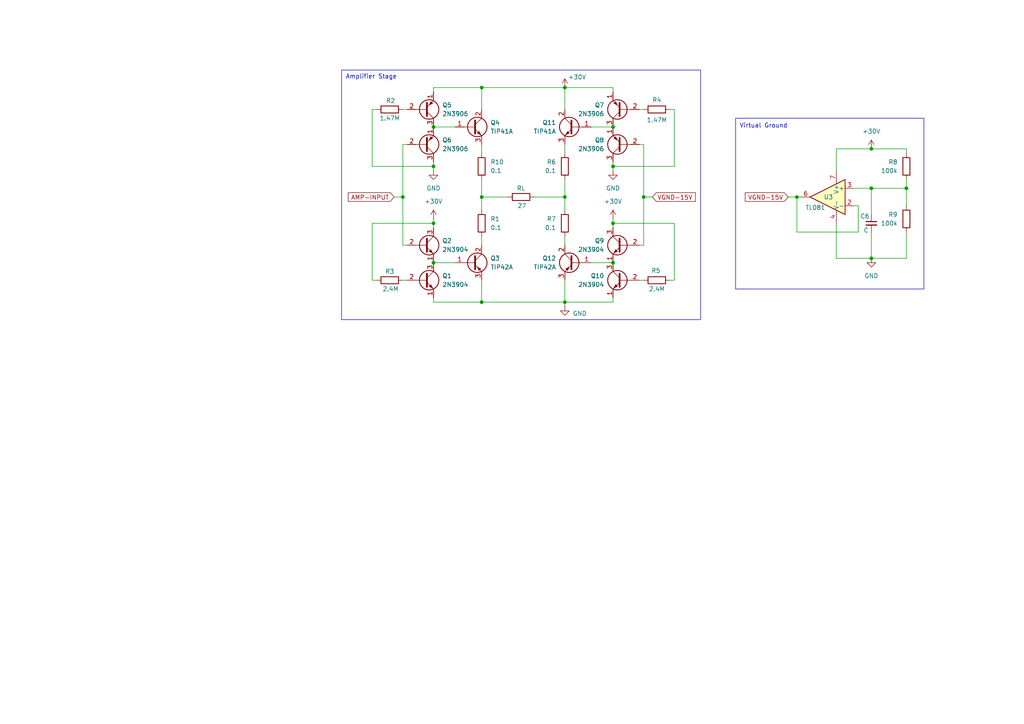
<source format=kicad_sch>
(kicad_sch (version 20250114) (generator "eeschema") (generator_version "9.0")
  (paper "A4")
  (lib_symbols
    (symbol "Device:C_Small" (pin_numbers (hide yes)) (pin_names (offset 0.254) (hide yes))
      (property "Reference" "C" (at 0.254 1.778 0))
      (property "Value" "C_Small" (at 0.254 -2.032 0))
      (symbol "C_Small_0_1"
        (polyline (pts (xy -1.524 0.508) (xy 1.524 0.508)) (stroke (width 0.3048)))
        (polyline (pts (xy -1.524 -0.508) (xy 1.524 -0.508)) (stroke (width 0.3302)))
      )
      (symbol "C_Small_1_1"
        (pin passive line (at 0 2.54 270) (length 2.032) (name "~") (number "1"))
        (pin passive line (at 0 -2.54 90) (length 2.032) (name "~") (number "2"))
      )
    )
    (symbol "Device:R" (pin_numbers (hide yes)) (pin_names (offset 0))
      (property "Reference" "R" (at 2.032 0 90))
      (property "Value" "R" (at 0 0 90))
      (symbol "R_0_1"
        (rectangle (start -1.016 -2.54) (end 1.016 2.54) (stroke (width 0.254)))
      )
      (symbol "R_1_1"
        (pin passive line (at 0 3.81 270) (length 1.27) (name "~") (number "1"))
        (pin passive line (at 0 -3.81 90) (length 1.27) (name "~") (number "2"))
      )
    )
    (symbol "TL081_1" (pin_names (offset 0.127))
      (property "Reference" "U3" (at 8.89 6.4202 0))
      (property "Value" "TL081" (at 8.89 3.8802 0))
      (symbol "TL081_1_0_1"
        (polyline (pts (xy -5.08 5.08) (xy 5.08 0) (xy -5.08 -5.08) (xy -5.08 5.08)) (stroke (width 0.254)) (fill (type background)))
      )
      (symbol "TL081_1_1_1"
        (pin input line (at -7.62 2.54 0) (length 2.54) (name "+") (number "3"))
        (pin input line (at -7.62 -2.54 0) (length 2.54) (name "-") (number "2"))
        (pin power_in line (at -2.54 7.62 270) (length 3.81) (name "V+") (number "7"))
        (pin power_in line (at -2.54 -7.62 90) (length 3.81) (name "V-") (number "4"))
        (pin no_connect line (at 0 2.54 270) (length 2.54) (hide yes) (name "NC") (number "8"))
        (pin output line (at 7.62 0 180) (length 2.54) (name "~") (number "6"))
      )
    )
    (symbol "Transistor_BJT:2N3904" (pin_names (offset 0) (hide yes))
      (property "Reference" "Q" (at 5.08 1.905 0))
      (property "Value" "2N3904" (at 5.08 0 0))
      (symbol "2N3904_0_1"
        (polyline (pts (xy -2.54 0) (xy 0.635 0)))
        (polyline (pts (xy 0.635 1.905) (xy 0.635 -1.905)) (stroke (width 0.508)))
        (circle (center 1.27 0) (radius 2.8194) (stroke (width 0.254)))
      )
      (symbol "2N3904_1_1"
        (polyline (pts (xy 0.635 0.635) (xy 2.54 2.54)))
        (polyline (pts (xy 0.635 -0.635) (xy 2.54 -2.54)))
        (polyline (pts (xy 1.27 -1.778) (xy 1.778 -1.27) (xy 2.286 -2.286) (xy 1.27 -1.778)) (fill (type outline)))
        (pin input line (at -5.08 0 0) (length 2.54) (name "B") (number "2"))
        (pin passive line (at 2.54 5.08 270) (length 2.54) (name "C") (number "3"))
        (pin passive line (at 2.54 -5.08 90) (length 2.54) (name "E") (number "1"))
      )
    )
    (symbol "Transistor_BJT:2N3906" (pin_names (offset 0) (hide yes))
      (property "Reference" "Q" (at 5.08 1.905 0))
      (property "Value" "2N3906" (at 5.08 0 0))
      (symbol "2N3906_0_1"
        (polyline (pts (xy -2.54 0) (xy 0.635 0)))
        (polyline (pts (xy 0.635 1.905) (xy 0.635 -1.905)) (stroke (width 0.508)))
        (polyline (pts (xy 0.635 0.635) (xy 2.54 2.54)))
        (polyline (pts (xy 0.635 -0.635) (xy 2.54 -2.54)))
        (circle (center 1.27 0) (radius 2.8194) (stroke (width 0.254)))
        (polyline (pts (xy 2.286 -1.778) (xy 1.778 -2.286) (xy 1.27 -1.27) (xy 2.286 -1.778)) (fill (type outline)))
      )
      (symbol "2N3906_1_1"
        (pin input line (at -5.08 0 0) (length 2.54) (name "B") (number "2"))
        (pin passive line (at 2.54 5.08 270) (length 2.54) (name "C") (number "3"))
        (pin passive line (at 2.54 -5.08 90) (length 2.54) (name "E") (number "1"))
      )
    )
    (symbol "Transistor_BJT:TIP41A" (pin_names (offset 0) (hide yes))
      (property "Reference" "Q" (at 6.35 1.905 0))
      (property "Value" "TIP41A" (at 6.35 0 0))
      (symbol "TIP41A_0_1"
        (polyline (pts (xy -2.54 0) (xy 0.635 0)))
        (polyline (pts (xy 0.635 1.905) (xy 0.635 -1.905)) (stroke (width 0.508)))
        (circle (center 1.27 0) (radius 2.8194) (stroke (width 0.254)))
      )
      (symbol "TIP41A_1_1"
        (polyline (pts (xy 0.635 0.635) (xy 2.54 2.54)))
        (polyline (pts (xy 0.635 -0.635) (xy 2.54 -2.54)))
        (polyline (pts (xy 1.27 -1.778) (xy 1.778 -1.27) (xy 2.286 -2.286) (xy 1.27 -1.778)) (fill (type outline)))
        (pin input line (at -5.08 0 0) (length 2.54) (name "B") (number "1"))
        (pin passive line (at 2.54 5.08 270) (length 2.54) (name "C") (number "2"))
        (pin passive line (at 2.54 -5.08 90) (length 2.54) (name "E") (number "3"))
      )
    )
    (symbol "Transistor_BJT:TIP42A" (pin_names (offset 0) (hide yes))
      (property "Reference" "Q" (at 6.35 1.905 0))
      (property "Value" "TIP42A" (at 6.35 0 0))
      (symbol "TIP42A_0_1"
        (polyline (pts (xy -2.54 0) (xy 0.635 0)))
        (polyline (pts (xy 0.635 1.905) (xy 0.635 -1.905)) (stroke (width 0.508)))
        (polyline (pts (xy 0.635 0.635) (xy 2.54 2.54)))
        (polyline (pts (xy 0.635 -0.635) (xy 2.54 -2.54)))
        (circle (center 1.27 0) (radius 2.8194) (stroke (width 0.254)))
        (polyline (pts (xy 2.286 -1.778) (xy 1.778 -2.286) (xy 1.27 -1.27) (xy 2.286 -1.778)) (fill (type outline)))
      )
      (symbol "TIP42A_1_1"
        (pin input line (at -5.08 0 0) (length 2.54) (name "B") (number "1"))
        (pin passive line (at 2.54 5.08 270) (length 2.54) (name "C") (number "2"))
        (pin passive line (at 2.54 -5.08 90) (length 2.54) (name "E") (number "3"))
      )
    )
    (symbol "power:+36V" (power) (pin_numbers (hide yes)) (pin_names (offset 0) (hide yes))
      (property "Value" "+36V" (at 0 3.556 0))
      (symbol "+36V_0_1"
        (polyline (pts (xy -0.762 1.27) (xy 0 2.54)))
        (polyline (pts (xy 0 2.54) (xy 0.762 1.27)))
        (polyline (pts (xy 0 0) (xy 0 2.54)))
      )
      (symbol "+36V_1_1"
        (pin power_in line (at 0 0 90) (length 0) (name "~") (number "1"))
      )
    )
    (symbol "power:GND" (power) (pin_numbers (hide yes)) (pin_names (offset 0) (hide yes))
      (property "Value" "GND" (at 0 -3.81 0))
      (symbol "GND_0_1"
        (polyline (pts (xy 0 0) (xy 0 -1.27) (xy 1.27 -1.27) (xy 0 -2.54) (xy -1.27 -1.27) (xy 0 -1.27)))
      )
      (symbol "GND_1_1"
        (pin power_in line (at 0 0 270) (length 0) (name "~") (number "1"))
      )
    )
  )
  (rectangle (start 213.36 34.29) (end 267.97 83.82))
  (rectangle (start 99.06 20.32) (end 203.2 92.71))
  (text "Amplifier Stage" (at 107.696 22.352 0) (effects (font (size 1.27 1.27))))
  (text "Virtual Ground" (at 221.488 36.576 0) (effects (font (size 1.27 1.27))))
  (junction (at 252.73 74.93))
  (junction (at 125.73 48.26))
  (junction (at 231.14 57.15))
  (junction (at 163.83 57.15))
  (junction (at 177.8 76.2))
  (junction (at 177.8 64.77))
  (junction (at 139.7 25.4))
  (junction (at 252.73 43.18))
  (junction (at 163.83 87.63))
  (junction (at 125.73 64.77))
  (junction (at 186.69 57.15))
  (junction (at 252.73 54.61))
  (junction (at 116.84 57.15))
  (junction (at 177.8 36.83))
  (junction (at 125.73 76.2))
  (junction (at 163.83 25.4))
  (junction (at 139.7 87.63))
  (junction (at 262.89 54.61))
  (junction (at 139.7 57.15))
  (junction (at 177.8 48.26))
  (junction (at 125.73 36.83))
  (wire (pts (xy 262.89 52.07) (xy 262.89 54.61)))
  (wire (pts (xy 177.8 26.67) (xy 177.8 25.4)))
  (wire (pts (xy 139.7 57.15) (xy 147.32 57.15)))
  (wire (pts (xy 107.95 31.75) (xy 107.95 48.26)))
  (wire (pts (xy 194.31 81.28) (xy 195.58 81.28)))
  (wire (pts (xy 125.73 48.26) (xy 125.73 49.53)))
  (wire (pts (xy 154.94 57.15) (xy 163.83 57.15)))
  (wire (pts (xy 163.83 41.91) (xy 163.83 44.45)))
  (wire (pts (xy 125.73 36.83) (xy 132.08 36.83)))
  (wire (pts (xy 228.6 57.15) (xy 231.14 57.15)))
  (wire (pts (xy 185.42 71.12) (xy 186.69 71.12)))
  (wire (pts (xy 195.58 31.75) (xy 195.58 48.26)))
  (wire (pts (xy 231.14 57.15) (xy 231.14 67.31)))
  (wire (pts (xy 186.69 81.28) (xy 185.42 81.28)))
  (wire (pts (xy 163.83 81.28) (xy 163.83 87.63)))
  (wire (pts (xy 195.58 64.77) (xy 177.8 64.77)))
  (wire (pts (xy 177.8 25.4) (xy 163.83 25.4)))
  (wire (pts (xy 116.84 81.28) (xy 118.11 81.28)))
  (wire (pts (xy 125.73 46.99) (xy 125.73 48.26)))
  (wire (pts (xy 163.83 52.07) (xy 163.83 57.15)))
  (wire (pts (xy 177.8 87.63) (xy 163.83 87.63)))
  (wire (pts (xy 107.95 48.26) (xy 125.73 48.26)))
  (wire (pts (xy 252.73 54.61) (xy 262.89 54.61)))
  (wire (pts (xy 107.95 64.77) (xy 125.73 64.77)))
  (wire (pts (xy 125.73 26.67) (xy 125.73 25.4)))
  (wire (pts (xy 252.73 54.61) (xy 252.73 62.23)))
  (wire (pts (xy 177.8 36.83) (xy 171.45 36.83)))
  (wire (pts (xy 186.69 57.15) (xy 186.69 71.12)))
  (wire (pts (xy 195.58 48.26) (xy 177.8 48.26)))
  (wire (pts (xy 248.92 59.69) (xy 248.92 67.31)))
  (wire (pts (xy 177.8 46.99) (xy 177.8 48.26)))
  (wire (pts (xy 262.89 43.18) (xy 252.73 43.18)))
  (wire (pts (xy 116.84 41.91) (xy 118.11 41.91)))
  (wire (pts (xy 125.73 64.77) (xy 125.73 66.04)))
  (wire (pts (xy 252.73 67.31) (xy 252.73 74.93)))
  (wire (pts (xy 262.89 67.31) (xy 262.89 74.93)))
  (wire (pts (xy 107.95 81.28) (xy 107.95 64.77)))
  (wire (pts (xy 125.73 76.2) (xy 132.08 76.2)))
  (wire (pts (xy 116.84 31.75) (xy 118.11 31.75)))
  (wire (pts (xy 139.7 25.4) (xy 163.83 25.4)))
  (wire (pts (xy 125.73 86.36) (xy 125.73 87.63)))
  (wire (pts (xy 114.3 57.15) (xy 116.84 57.15)))
  (wire (pts (xy 231.14 67.31) (xy 248.92 67.31)))
  (wire (pts (xy 163.83 88.9) (xy 163.83 87.63)))
  (wire (pts (xy 195.58 81.28) (xy 195.58 64.77)))
  (wire (pts (xy 194.31 31.75) (xy 195.58 31.75)))
  (wire (pts (xy 247.65 59.69) (xy 248.92 59.69)))
  (wire (pts (xy 139.7 25.4) (xy 139.7 31.75)))
  (wire (pts (xy 125.73 87.63) (xy 139.7 87.63)))
  (wire (pts (xy 109.22 81.28) (xy 107.95 81.28)))
  (wire (pts (xy 163.83 68.58) (xy 163.83 71.12)))
  (wire (pts (xy 163.83 25.4) (xy 163.83 31.75)))
  (wire (pts (xy 189.23 57.15) (xy 186.69 57.15)))
  (wire (pts (xy 186.69 41.91) (xy 186.69 57.15)))
  (wire (pts (xy 177.8 64.77) (xy 177.8 66.04)))
  (wire (pts (xy 116.84 71.12) (xy 116.84 57.15)))
  (wire (pts (xy 139.7 41.91) (xy 139.7 44.45)))
  (wire (pts (xy 262.89 43.18) (xy 262.89 44.45)))
  (wire (pts (xy 186.69 31.75) (xy 185.42 31.75)))
  (wire (pts (xy 139.7 68.58) (xy 139.7 71.12)))
  (wire (pts (xy 177.8 76.2) (xy 171.45 76.2)))
  (wire (pts (xy 252.73 74.93) (xy 242.57 74.93)))
  (wire (pts (xy 139.7 52.07) (xy 139.7 57.15)))
  (wire (pts (xy 139.7 87.63) (xy 163.83 87.63)))
  (wire (pts (xy 252.73 74.93) (xy 262.89 74.93)))
  (wire (pts (xy 186.69 41.91) (xy 185.42 41.91)))
  (wire (pts (xy 177.8 48.26) (xy 177.8 49.53)))
  (wire (pts (xy 163.83 57.15) (xy 163.83 60.96)))
  (wire (pts (xy 125.73 63.5) (xy 125.73 64.77)))
  (wire (pts (xy 242.57 43.18) (xy 242.57 49.53)))
  (wire (pts (xy 109.22 31.75) (xy 107.95 31.75)))
  (wire (pts (xy 139.7 81.28) (xy 139.7 87.63)))
  (wire (pts (xy 262.89 54.61) (xy 262.89 59.69)))
  (wire (pts (xy 252.73 43.18) (xy 242.57 43.18)))
  (wire (pts (xy 242.57 64.77) (xy 242.57 74.93)))
  (wire (pts (xy 118.11 71.12) (xy 116.84 71.12)))
  (wire (pts (xy 231.14 57.15) (xy 232.41 57.15)))
  (wire (pts (xy 252.73 54.61) (xy 247.65 54.61)))
  (wire (pts (xy 116.84 57.15) (xy 116.84 41.91)))
  (wire (pts (xy 139.7 57.15) (xy 139.7 60.96)))
  (wire (pts (xy 177.8 63.5) (xy 177.8 64.77)))
  (wire (pts (xy 125.73 25.4) (xy 139.7 25.4)))
  (wire (pts (xy 177.8 86.36) (xy 177.8 87.63)))
  (global_label "VGND-15V" (shape input) (at 189.23 57.15 0) (property "Intersheetrefs" "${INTERSHEET_REFS}" (effects (hide yes))))
  (global_label "AMP-INPUT" (shape input) (at 114.3 57.15 180) (property "Intersheetrefs" "${INTERSHEET_REFS}" (effects (hide yes))))
  (global_label "VGND-15V" (shape input) (at 228.6 57.15 180) (property "Intersheetrefs" "${INTERSHEET_REFS}" (effects (hide yes))))
  (symbol (lib_id "Transistor_BJT:2N3904") (at 123.19 81.28 0) (unit 1)
    (property "Reference" "Q1" (at 128.27 80.0099 0) (effects (justify left)))
    (property "Value" "2N3904" (at 128.27 82.5499 0) (effects (justify left)))
    (property "Footprint" "Package_TO_SOT_THT:TO-92_Inline" (effects (hide yes)))
    (property "Datasheet" "https://www.onsemi.com/pub/Collateral/2N3903-D.PDF" (effects (hide yes)))
    (property "Description" "0.2A Ic, 40V Vce, Small Signal NPN Transistor, TO-92" (effects (hide yes)))
  )
  (symbol (lib_id "Device:R") (at 139.7 48.26 0) (unit 1)
    (property "Reference" "R10" (at 142.24 46.9899 0) (effects (justify left)))
    (property "Value" "0.1" (at 142.24 49.5299 0) (effects (justify left)))
    (property "Description" "Resistor" (effects (hide yes)))
  )
  (symbol (lib_id "power:GND") (at 252.73 74.93 0) (mirror y) (unit 1)
    (property "Reference" "#PWR01" (effects (hide yes)))
    (property "Value" "GND" (at 252.73 80.01 0))
    (property "Description" "Power symbol creates a global label with name \"GND\" , ground" (effects (hide yes)))
  )
  (symbol (lib_id "Transistor_BJT:2N3904") (at 180.34 71.12 0) (mirror y) (unit 1)
    (property "Reference" "Q9" (at 175.26 69.8499 0) (effects (justify left)))
    (property "Value" "2N3904" (at 175.26 72.3899 0) (effects (justify left)))
    (property "Footprint" "Package_TO_SOT_THT:TO-92_Inline" (effects (hide yes)))
    (property "Datasheet" "https://www.onsemi.com/pub/Collateral/2N3903-D.PDF" (effects (hide yes)))
    (property "Description" "0.2A Ic, 40V Vce, Small Signal NPN Transistor, TO-92" (effects (hide yes)))
  )
  (symbol (lib_id "power:GND") (at 163.83 88.9 0) (mirror y) (unit 1)
    (property "Reference" "#PWR08" (effects (hide yes)))
    (property "Value" "GND" (at 168.148 90.932 0))
    (property "Description" "Power symbol creates a global label with name \"GND\" , ground" (effects (hide yes)))
  )
  (symbol (lib_id "Device:R") (at 113.03 81.28 90) (unit 1)
    (property "Reference" "R3" (at 113.03 78.74 90))
    (property "Value" "2.4M" (at 113.284 83.82 90))
    (property "Description" "Resistor" (effects (hide yes)))
  )
  (symbol (lib_id "Device:R") (at 190.5 81.28 270) (mirror x) (unit 1)
    (property "Reference" "R5" (at 190.246 78.486 90))
    (property "Value" "2.4M" (at 190.5 83.82 90))
    (property "Description" "Resistor" (effects (hide yes)))
  )
  (symbol (lib_id "power:+36V") (at 163.83 25.4 0) (mirror y) (unit 1)
    (property "Reference" "#PWR07" (effects (hide yes)))
    (property "Value" "+30V" (at 167.386 22.352 0))
    (property "Description" "Power symbol creates a global label with name \"+36V\"" (effects (hide yes)))
  )
  (symbol (lib_id "Transistor_BJT:2N3906") (at 123.19 41.91 0) (mirror x) (unit 1)
    (property "Reference" "Q6" (at 128.27 40.6399 0) (effects (justify left)))
    (property "Value" "2N3906" (at 128.27 43.1799 0) (effects (justify left)))
    (property "Footprint" "Package_TO_SOT_THT:TO-92_Inline" (effects (hide yes)))
    (property "Datasheet" "https://www.onsemi.com/pub/Collateral/2N3906-D.PDF" (effects (hide yes)))
    (property "Description" "-0.2A Ic, -40V Vce, Small Signal PNP Transistor, TO-92" (effects (hide yes)))
  )
  (symbol (lib_id "power:GND") (at 125.73 49.53 0) (unit 1)
    (property "Reference" "#PWR04" (effects (hide yes)))
    (property "Value" "GND" (at 125.73 54.61 0))
    (property "Description" "Power symbol creates a global label with name \"GND\" , ground" (effects (hide yes)))
  )
  (symbol (lib_id "Transistor_BJT:2N3906") (at 180.34 31.75 180) (unit 1)
    (property "Reference" "Q7" (at 175.26 30.4799 0) (effects (justify left)))
    (property "Value" "2N3906" (at 175.26 33.0199 0) (effects (justify left)))
    (property "Footprint" "Package_TO_SOT_THT:TO-92_Inline" (effects (hide yes)))
    (property "Datasheet" "https://www.onsemi.com/pub/Collateral/2N3906-D.PDF" (effects (hide yes)))
    (property "Description" "-0.2A Ic, -40V Vce, Small Signal PNP Transistor, TO-92" (effects (hide yes)))
  )
  (symbol (lib_id "Transistor_BJT:TIP41A") (at 166.37 36.83 0) (mirror y) (unit 1)
    (property "Reference" "Q11" (at 161.29 35.5599 0) (effects (justify left)))
    (property "Value" "TIP41A" (at 161.29 38.0999 0) (effects (justify left)))
    (property "Footprint" "Package_TO_SOT_THT:TO-220-3_Vertical" (effects (hide yes)))
    (property "Datasheet" "https://www.centralsemi.com/get_document.php?cmp=1&mergetype=pd&mergepath=pd&pdf_id=tip41.PDF" (effects (hide yes)))
    (property "Description" "6A Ic, 60V Vce, Power NPN Transistor, TO-220" (effects (hide yes)))
  )
  (symbol (lib_id "Device:R") (at 151.13 57.15 90) (unit 1)
    (property "Reference" "RL" (at 151.13 54.61 90))
    (property "Value" "27" (at 151.384 59.69 90))
    (property "Description" "Resistor" (effects (hide yes)))
  )
  (symbol (lib_id "Device:R") (at 139.7 64.77 0) (unit 1)
    (property "Reference" "R1" (at 142.24 63.4999 0) (effects (justify left)))
    (property "Value" "0.1" (at 142.24 66.0399 0) (effects (justify left)))
    (property "Description" "Resistor" (effects (hide yes)))
  )
  (symbol (lib_id "Transistor_BJT:TIP42A") (at 166.37 76.2 0) (mirror y) (unit 1)
    (property "Reference" "Q12" (at 161.29 74.9299 0) (effects (justify left)))
    (property "Value" "TIP42A" (at 161.29 77.4699 0) (effects (justify left)))
    (property "Footprint" "Package_TO_SOT_THT:TO-220-3_Vertical" (effects (hide yes)))
    (property "Datasheet" "https://www.centralsemi.com/get_document.php?cmp=1&mergetype=pd&mergepath=pd&pdf_id=TIP42.PDF" (effects (hide yes)))
    (property "Description" "-6A Ic, -60V Vce, Power PNP Transistor, TO-220" (effects (hide yes)))
  )
  (symbol (lib_id "Transistor_BJT:2N3906") (at 180.34 41.91 180) (unit 1)
    (property "Reference" "Q8" (at 175.26 40.6399 0) (effects (justify left)))
    (property "Value" "2N3906" (at 175.26 43.1799 0) (effects (justify left)))
    (property "Footprint" "Package_TO_SOT_THT:TO-92_Inline" (effects (hide yes)))
    (property "Datasheet" "https://www.onsemi.com/pub/Collateral/2N3906-D.PDF" (effects (hide yes)))
    (property "Description" "-0.2A Ic, -40V Vce, Small Signal PNP Transistor, TO-92" (effects (hide yes)))
  )
  (symbol (lib_id "Transistor_BJT:2N3904") (at 180.34 81.28 0) (mirror y) (unit 1)
    (property "Reference" "Q10" (at 175.26 80.0099 0) (effects (justify left)))
    (property "Value" "2N3904" (at 175.26 82.5499 0) (effects (justify left)))
    (property "Footprint" "Package_TO_SOT_THT:TO-92_Inline" (effects (hide yes)))
    (property "Datasheet" "https://www.onsemi.com/pub/Collateral/2N3903-D.PDF" (effects (hide yes)))
    (property "Description" "0.2A Ic, 40V Vce, Small Signal NPN Transistor, TO-92" (effects (hide yes)))
  )
  (symbol (lib_id "Transistor_BJT:TIP42A") (at 137.16 76.2 0) (unit 1)
    (property "Reference" "Q3" (at 142.24 74.9299 0) (effects (justify left)))
    (property "Value" "TIP42A" (at 142.24 77.4699 0) (effects (justify left)))
    (property "Footprint" "Package_TO_SOT_THT:TO-220-3_Vertical" (effects (hide yes)))
    (property "Datasheet" "https://www.centralsemi.com/get_document.php?cmp=1&mergetype=pd&mergepath=pd&pdf_id=TIP42.PDF" (effects (hide yes)))
    (property "Description" "-6A Ic, -60V Vce, Power PNP Transistor, TO-220" (effects (hide yes)))
  )
  (symbol (lib_id "Device:R") (at 190.5 31.75 270) (mirror x) (unit 1)
    (property "Reference" "R4" (at 190.5 28.956 90))
    (property "Value" "1.47M" (at 190.5 34.798 90))
    (property "Description" "Resistor" (effects (hide yes)))
  )
  (symbol (lib_id "Transistor_BJT:TIP41A") (at 137.16 36.83 0) (unit 1)
    (property "Reference" "Q4" (at 142.24 35.5599 0) (effects (justify left)))
    (property "Value" "TIP41A" (at 142.24 38.0999 0) (effects (justify left)))
    (property "Footprint" "Package_TO_SOT_THT:TO-220-3_Vertical" (effects (hide yes)))
    (property "Datasheet" "https://www.centralsemi.com/get_document.php?cmp=1&mergetype=pd&mergepath=pd&pdf_id=tip41.PDF" (effects (hide yes)))
    (property "Description" "6A Ic, 60V Vce, Power NPN Transistor, TO-220" (effects (hide yes)))
  )
  (symbol (lib_id "Device:R") (at 262.89 63.5 0) (mirror y) (unit 1)
    (property "Reference" "R9" (at 260.35 62.2299 0) (effects (justify left)))
    (property "Value" "100k" (at 260.35 64.7699 0) (effects (justify left)))
    (property "Description" "Resistor" (effects (hide yes)))
  )
  (symbol (lib_id "Transistor_BJT:2N3906") (at 123.19 31.75 0) (mirror x) (unit 1)
    (property "Reference" "Q5" (at 128.27 30.4799 0) (effects (justify left)))
    (property "Value" "2N3906" (at 128.27 33.0199 0) (effects (justify left)))
    (property "Footprint" "Package_TO_SOT_THT:TO-92_Inline" (effects (hide yes)))
    (property "Datasheet" "https://www.onsemi.com/pub/Collateral/2N3906-D.PDF" (effects (hide yes)))
    (property "Description" "-0.2A Ic, -40V Vce, Small Signal PNP Transistor, TO-92" (effects (hide yes)))
  )
  (symbol (lib_id "Device:R") (at 163.83 64.77 0) (mirror y) (unit 1)
    (property "Reference" "R7" (at 161.29 63.4999 0) (effects (justify left)))
    (property "Value" "0.1" (at 161.29 66.0399 0) (effects (justify left)))
    (property "Description" "Resistor" (effects (hide yes)))
  )
  (symbol (lib_id "power:+36V") (at 252.73 43.18 0) (mirror y) (unit 1)
    (property "Reference" "#PWR02" (effects (hide yes)))
    (property "Value" "+30V" (at 252.73 38.1 0))
    (property "Description" "Power symbol creates a global label with name \"+36V\"" (effects (hide yes)))
  )
  (symbol (lib_name "TL081_1") (lib_id "Amplifier_Operational:TL081") (at 240.03 57.15 0) (mirror y) (unit 1)
    (property "Reference" "U3" (at 240.284 57.15 0))
    (property "Value" "TL081" (at 236.474 60.198 0))
    (property "Footprint" "Package_DIP:DIP-8_W7.62mm" (effects (hide yes)))
    (property "Datasheet" "http://www.ti.com/lit/ds/symlink/tl081.pdf" (effects (hide yes)))
    (property "Description" "Single JFET-Input Operational Amplifiers, DIP-8/SOIC-8" (effects (hide yes)))
  )
  (symbol (lib_id "Device:R") (at 262.89 48.26 0) (mirror y) (unit 1)
    (property "Reference" "R8" (at 260.35 46.9899 0) (effects (justify left)))
    (property "Value" "100k" (at 260.35 49.5299 0) (effects (justify left)))
    (property "Description" "Resistor" (effects (hide yes)))
  )
  (symbol (lib_id "Device:C_Small") (at 252.73 64.77 0) (mirror y) (unit 1)
    (property "Reference" "C6" (at 252.222 62.738 0) (effects (justify left)))
    (property "Value" "C" (at 251.968 66.802 0) (effects (justify left)))
    (property "Description" "Unpolarized capacitor, small symbol" (effects (hide yes)))
  )
  (symbol (lib_id "power:+36V") (at 177.8 63.5 0) (mirror y) (unit 1)
    (property "Reference" "#PWR06" (effects (hide yes)))
    (property "Value" "+30V" (at 177.8 58.42 0))
    (property "Description" "Power symbol creates a global label with name \"+36V\"" (effects (hide yes)))
  )
  (symbol (lib_id "Device:R") (at 113.03 31.75 90) (unit 1)
    (property "Reference" "R2" (at 113.284 29.21 90))
    (property "Value" "1.47M" (at 113.03 34.29 90))
    (property "Description" "Resistor" (effects (hide yes)))
  )
  (symbol (lib_id "Transistor_BJT:2N3904") (at 123.19 71.12 0) (unit 1)
    (property "Reference" "Q2" (at 128.27 69.8499 0) (effects (justify left)))
    (property "Value" "2N3904" (at 128.27 72.3899 0) (effects (justify left)))
    (property "Footprint" "Package_TO_SOT_THT:TO-92_Inline" (effects (hide yes)))
    (property "Datasheet" "https://www.onsemi.com/pub/Collateral/2N3903-D.PDF" (effects (hide yes)))
    (property "Description" "0.2A Ic, 40V Vce, Small Signal NPN Transistor, TO-92" (effects (hide yes)))
  )
  (symbol (lib_id "power:GND") (at 177.8 49.53 0) (mirror y) (unit 1)
    (property "Reference" "#PWR05" (effects (hide yes)))
    (property "Value" "GND" (at 177.8 54.61 0))
    (property "Description" "Power symbol creates a global label with name \"GND\" , ground" (effects (hide yes)))
  )
  (symbol (lib_id "Device:R") (at 163.83 48.26 0) (mirror y) (unit 1)
    (property "Reference" "R6" (at 161.29 46.9899 0) (effects (justify left)))
    (property "Value" "0.1" (at 161.29 49.5299 0) (effects (justify left)))
    (property "Description" "Resistor" (effects (hide yes)))
  )
  (symbol (lib_id "power:+36V") (at 125.73 63.5 0) (unit 1)
    (property "Reference" "#PWR03" (effects (hide yes)))
    (property "Value" "+30V" (at 125.73 58.42 0))
    (property "Description" "Power symbol creates a global label with name \"+36V\"" (effects (hide yes)))
  )
)
</source>
